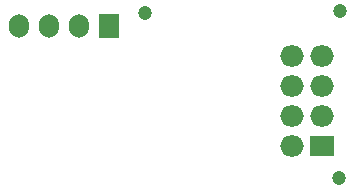
<source format=gbs>
G04 #@! TF.FileFunction,Soldermask,Bot*
%FSLAX46Y46*%
G04 Gerber Fmt 4.6, Leading zero omitted, Abs format (unit mm)*
G04 Created by KiCad (PCBNEW 4.0.7) date Wed Dec 12 21:34:46 2018*
%MOMM*%
%LPD*%
G01*
G04 APERTURE LIST*
%ADD10C,0.100000*%
%ADD11R,1.700000X2.000000*%
%ADD12O,1.700000X2.000000*%
%ADD13R,2.000000X1.800000*%
%ADD14O,2.000000X1.800000*%
%ADD15C,1.200000*%
G04 APERTURE END LIST*
D10*
D11*
X67106800Y-95402400D03*
D12*
X64566800Y-95402400D03*
X62026800Y-95402400D03*
X59486800Y-95402400D03*
D13*
X85140800Y-105562400D03*
D14*
X82600800Y-105562400D03*
X85140800Y-103022400D03*
X82600800Y-103022400D03*
X85140800Y-100482400D03*
X82600800Y-100482400D03*
X85140800Y-97942400D03*
X82600800Y-97942400D03*
D15*
X70231000Y-94297500D03*
X86677500Y-94170500D03*
X86614000Y-108331000D03*
M02*

</source>
